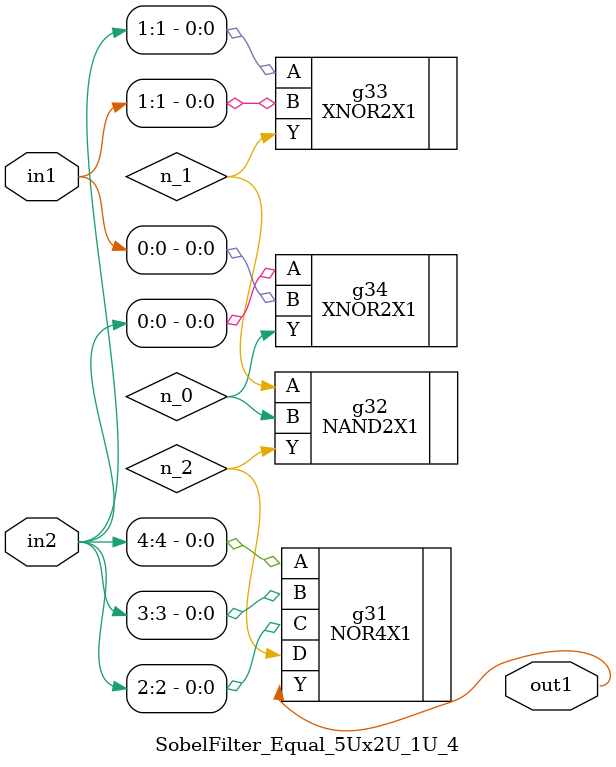
<source format=v>
`timescale 1ps / 1ps


module SobelFilter_Equal_5Ux2U_1U_4(in2, in1, out1);
  input [4:0] in2;
  input [1:0] in1;
  output out1;
  wire [4:0] in2;
  wire [1:0] in1;
  wire out1;
  wire n_0, n_1, n_2;
  NOR4X1 g31(.A (in2[4]), .B (in2[3]), .C (in2[2]), .D (n_2), .Y
       (out1));
  NAND2X1 g32(.A (n_1), .B (n_0), .Y (n_2));
  XNOR2X1 g33(.A (in2[1]), .B (in1[1]), .Y (n_1));
  XNOR2X1 g34(.A (in2[0]), .B (in1[0]), .Y (n_0));
endmodule


</source>
